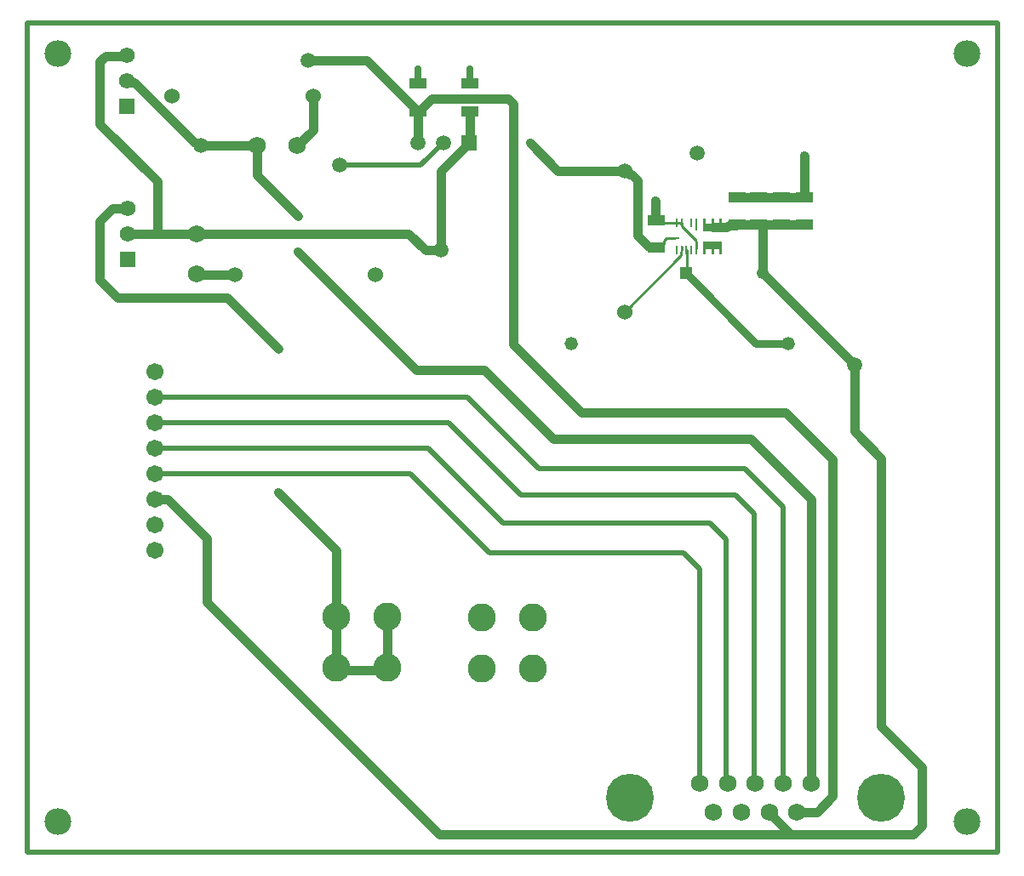
<source format=gtl>
G04*
G04 #@! TF.GenerationSoftware,Altium Limited,Altium Designer,21.7.2 (23)*
G04*
G04 Layer_Physical_Order=1*
G04 Layer_Color=255*
%FSLAX25Y25*%
%MOIN*%
G70*
G04*
G04 #@! TF.SameCoordinates,983130B8-92BF-46AA-B9C2-0BED91E800B6*
G04*
G04*
G04 #@! TF.FilePolarity,Positive*
G04*
G01*
G75*
%ADD11C,0.01000*%
%ADD12C,0.02000*%
%ADD16R,0.07165X0.04134*%
%ADD17R,0.03543X0.00984*%
%ADD18R,0.00984X0.05118*%
%ADD19R,0.00984X0.03543*%
%ADD26C,0.05200*%
%ADD27R,0.04900X0.04900*%
%ADD28C,0.04900*%
%ADD30C,0.06700*%
%ADD40R,0.01968X0.01968*%
%ADD41C,0.03500*%
%ADD42C,0.03000*%
%ADD43C,0.00300*%
%ADD44C,0.02500*%
%ADD45C,0.05906*%
%ADD46C,0.06799*%
%ADD47C,0.06000*%
%ADD48R,0.05937X0.05937*%
%ADD49C,0.05937*%
%ADD50R,0.06201X0.06201*%
%ADD51C,0.06201*%
%ADD52C,0.11000*%
%ADD53C,0.06909*%
%ADD54C,0.18779*%
%ADD55C,0.03500*%
%ADD56C,0.10500*%
%ADD57C,0.02500*%
G36*
X272153Y239531D02*
Y234413D01*
X271169D01*
Y236382D01*
X269004D01*
Y234413D01*
X268020D01*
Y236382D01*
X265854D01*
Y234413D01*
X264870D01*
Y239531D01*
X272153D01*
D02*
G37*
G36*
X265854Y248587D02*
Y246618D01*
X268020D01*
Y248587D01*
X269004D01*
Y246618D01*
X271169D01*
Y248587D01*
X272153D01*
Y243468D01*
X264870D01*
Y248587D01*
X265854D01*
D02*
G37*
D11*
X256307Y246107D02*
G03*
X256598Y245402I1000J0D01*
G01*
X262205Y239381D02*
G03*
X261913Y240087I-1000J0D01*
G01*
X258283Y227000D02*
Y236177D01*
X234000Y211941D02*
X256117Y234058D01*
Y235452D01*
X248016Y237028D02*
X249583Y238595D01*
X246500Y237028D02*
X248016D01*
X250476Y240811D02*
X253748D01*
X249583Y239917D02*
X250476Y240811D01*
X249583Y238595D02*
Y239917D01*
X256598Y245402D02*
X261913Y240087D01*
X262205Y236980D02*
Y239381D01*
X256307Y246107D02*
Y246815D01*
X262205Y236980D02*
X262213Y236972D01*
X258276Y236185D02*
X258283Y236177D01*
X66500Y226752D02*
X66626Y226626D01*
X81315D02*
X81441Y226500D01*
X233941Y212000D02*
X234000Y211941D01*
X256307Y236185D02*
Y237449D01*
X254339Y246815D02*
X256307D01*
X246500Y247972D02*
X247657Y246815D01*
X254339D01*
D12*
X200500Y150500D02*
X281000D01*
X172500Y178500D02*
X200500Y150500D01*
X281000D02*
X296094Y135406D01*
X157000Y158500D02*
X186500Y129000D01*
X50000Y158500D02*
X157000D01*
X186500Y129000D02*
X267500D01*
X165000Y168500D02*
X193500Y140000D01*
X277500D01*
X50000Y168500D02*
X165000D01*
X277500Y140000D02*
X284713Y132787D01*
X267500Y129000D02*
X273807Y122693D01*
X296094Y27000D02*
Y135406D01*
X284713Y27476D02*
Y132787D01*
X257000Y117500D02*
X263500Y111000D01*
X181000Y117500D02*
X257000D01*
X150000Y148500D02*
X181000Y117500D01*
X50000Y148500D02*
X150000D01*
X273807Y27476D02*
Y122693D01*
X263500Y27122D02*
Y111000D01*
X263378Y27000D02*
X263500Y27122D01*
X273807Y27476D02*
X274284Y27000D01*
X284713Y27476D02*
X285189Y27000D01*
X154201Y269500D02*
X163000Y278299D01*
X122500Y269500D02*
X154201D01*
X50000Y178500D02*
X172500D01*
X108673Y310500D02*
X110000D01*
X380000Y61750D02*
Y224250D01*
Y325000D01*
Y0D02*
Y61750D01*
X-0Y325000D02*
X0Y0D01*
X-0Y325000D02*
X380000D01*
X0Y0D02*
X380000D01*
D16*
X295500Y256972D02*
D03*
Y246028D02*
D03*
X246500Y247972D02*
D03*
Y237028D02*
D03*
X278000Y246028D02*
D03*
Y256972D02*
D03*
X173500Y290528D02*
D03*
Y301472D02*
D03*
X153000Y290528D02*
D03*
Y301472D02*
D03*
X286500Y246028D02*
D03*
Y256972D02*
D03*
X304500Y246028D02*
D03*
Y256972D02*
D03*
D17*
X253748Y240811D02*
D03*
D18*
X262213Y246028D02*
D03*
Y236972D02*
D03*
D19*
X260244Y246815D02*
D03*
X256307D02*
D03*
X254339D02*
D03*
X260244Y236185D02*
D03*
X258276D02*
D03*
X256307D02*
D03*
X254339D02*
D03*
D26*
X213000Y199500D02*
D03*
X298000D02*
D03*
D27*
X258000Y227000D02*
D03*
D28*
X288000D02*
D03*
D30*
X50000Y118500D02*
D03*
Y128500D02*
D03*
Y138500D02*
D03*
Y148500D02*
D03*
Y158500D02*
D03*
Y168500D02*
D03*
Y178500D02*
D03*
Y188500D02*
D03*
D40*
X268512Y237957D02*
D03*
Y245043D02*
D03*
D41*
X315500Y22000D02*
Y154000D01*
X297000Y172500D02*
X315500Y154000D01*
X217000Y172500D02*
X297000D01*
X50081Y138419D02*
X55081D01*
X70500Y98000D02*
Y123000D01*
X50000Y138500D02*
X50081Y138419D01*
X55081D02*
X70500Y123000D01*
X304486Y246014D02*
X304500Y246000D01*
X162000Y236000D02*
Y267299D01*
X173000Y278299D01*
X197000Y278000D02*
X207941Y267059D01*
X234000D01*
X66500Y242500D02*
X149500D01*
X51000D02*
X66500D01*
X239000Y241837D02*
X243493Y237345D01*
X236720Y265809D02*
X239000Y263529D01*
Y241837D02*
Y263529D01*
X246183Y237345D02*
X246500Y237028D01*
X243493Y237345D02*
X246183D01*
X235927Y265809D02*
X236720D01*
X234677Y267059D02*
X235927Y265809D01*
X234000Y267059D02*
X234677D01*
X274117Y245043D02*
X274784Y245711D01*
X268512Y245043D02*
X274117D01*
X274784Y245711D02*
X277683D01*
X278000Y246028D01*
X65797Y278203D02*
X66146D01*
X67349Y277000D01*
X90126D01*
X39517Y301983D02*
X42017D01*
X65797Y278203D01*
X39000Y302500D02*
X39517Y301983D01*
X334500Y49500D02*
Y154500D01*
Y49500D02*
X350500Y33500D01*
X324000Y165000D02*
X334500Y154500D01*
X350500Y10500D02*
Y33500D01*
X347000Y7000D02*
X350500Y10500D01*
X299000Y7000D02*
X347000D01*
X307000Y27000D02*
Y138500D01*
X283500Y162000D02*
X307000Y138500D01*
X179000Y189000D02*
X206000Y162000D01*
X283500D01*
X152500Y189000D02*
X179000D01*
X106000Y235500D02*
X152500Y189000D01*
X90126Y265374D02*
Y277000D01*
Y265374D02*
X106000Y249500D01*
X190500Y199000D02*
X217000Y172500D01*
X190500Y199000D02*
Y293450D01*
X278000Y246028D02*
X286500D01*
X324000Y165000D02*
Y191000D01*
X288000Y227000D02*
Y245711D01*
X286500Y246028D02*
X287683D01*
X288000Y245711D01*
Y227000D02*
X324000Y191000D01*
X153066Y290051D02*
X154465Y291450D01*
X158500Y295500D02*
X188450D01*
X190500Y293450D01*
X112059Y283185D02*
Y296500D01*
X105874Y277000D02*
X112059Y283185D01*
X28500Y285500D02*
X51000Y263000D01*
X28500Y310000D02*
X30650Y312150D01*
X28500Y285500D02*
Y310000D01*
X39500Y242500D02*
X51000D01*
X38650Y312150D02*
X39000Y312500D01*
X30650Y312150D02*
X38650D01*
X51000Y242500D02*
Y263000D01*
X66626Y226626D02*
X81315D01*
X156000Y236000D02*
X162000D01*
X149500Y242500D02*
X156000Y236000D01*
X70500Y98000D02*
X161500Y7000D01*
X304500Y256972D02*
Y273000D01*
X287683Y246028D02*
X295500D01*
X246000Y248289D02*
X246317Y247972D01*
X246000Y248289D02*
Y255500D01*
X246317Y247972D02*
X246500D01*
X295500Y256972D02*
X304500D01*
X286500D02*
X295500D01*
X278000D02*
X286500D01*
X295514Y246014D02*
X304486D01*
X295500Y246028D02*
X295514Y246014D01*
X98500Y141000D02*
X121000Y118500D01*
Y92500D02*
Y118500D01*
X161500Y7000D02*
X299000D01*
X290642Y15358D02*
Y15819D01*
Y15358D02*
X299000Y7000D01*
X122000Y71500D02*
X141000D01*
X301547Y15819D02*
X309319D01*
X315500Y22000D01*
X154465Y291465D02*
X158500Y295500D01*
X153000Y278299D02*
Y289985D01*
X154465Y291450D02*
Y291465D01*
X110000Y310500D02*
X133045D01*
X152446Y291099D01*
X173000Y278299D02*
X173500Y278799D01*
Y289985D01*
X121000Y72500D02*
Y92500D01*
X141000Y72500D02*
Y92500D01*
X78500Y217500D02*
X98500Y197500D01*
X35500Y217500D02*
X78500D01*
X28500Y224500D02*
X35500Y217500D01*
X28500Y224500D02*
Y247500D01*
X33500Y252500D02*
X39500D01*
X28500Y247500D02*
X33500Y252500D01*
D42*
X285500Y199500D02*
X298000D01*
X258000Y227000D02*
X285500Y199500D01*
D43*
X256307Y237449D02*
X256500Y237642D01*
D44*
X173500Y302015D02*
Y307015D01*
X153000Y302015D02*
Y307000D01*
D45*
X262500Y274000D02*
D03*
X324000Y191000D02*
D03*
X122500Y269500D02*
D03*
X110000Y310500D02*
D03*
X68000Y277000D02*
D03*
X162000Y236000D02*
D03*
D46*
X105874Y277000D02*
D03*
X90126D02*
D03*
X66500Y242500D02*
D03*
Y226752D02*
D03*
D47*
X81441Y226500D02*
D03*
X136559D02*
D03*
X56941Y296500D02*
D03*
X112059D02*
D03*
X234000Y267059D02*
D03*
Y211941D02*
D03*
D48*
X173000Y278299D02*
D03*
D49*
X163000D02*
D03*
X153000D02*
D03*
D50*
X39500Y232500D02*
D03*
X39000Y292500D02*
D03*
D51*
X39500Y242500D02*
D03*
Y252500D02*
D03*
X39000Y302500D02*
D03*
Y312500D02*
D03*
D52*
X141000Y72500D02*
D03*
X121000D02*
D03*
X141000Y92500D02*
D03*
X121000D02*
D03*
X198000Y72000D02*
D03*
X178000D02*
D03*
X198000Y92000D02*
D03*
X178000D02*
D03*
D53*
X307000Y27000D02*
D03*
X296094D02*
D03*
X285189D02*
D03*
X274284D02*
D03*
X263378D02*
D03*
X301547Y15819D02*
D03*
X290642D02*
D03*
X279736D02*
D03*
X268831D02*
D03*
D54*
X235976Y21409D02*
D03*
X334402D02*
D03*
D55*
X197000Y278000D02*
D03*
X106000Y235500D02*
D03*
Y249500D02*
D03*
X304500Y273000D02*
D03*
X246000Y255500D02*
D03*
X98500Y141000D02*
D03*
Y197500D02*
D03*
D56*
X12000Y313000D02*
D03*
X368000Y12000D02*
D03*
Y313000D02*
D03*
X12000Y12000D02*
D03*
D57*
X173500Y307015D02*
D03*
X153000Y307000D02*
D03*
M02*

</source>
